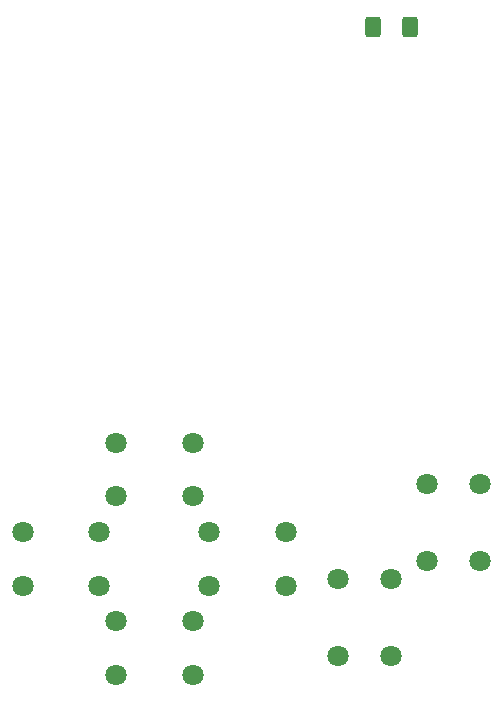
<source format=gbp>
G04 #@! TF.GenerationSoftware,KiCad,Pcbnew,9.0.6*
G04 #@! TF.CreationDate,2025-11-17T18:11:24+05:30*
G04 #@! TF.ProjectId,BloodHound_VENOM,426c6f6f-6448-46f7-956e-645f56454e4f,1*
G04 #@! TF.SameCoordinates,Original*
G04 #@! TF.FileFunction,Paste,Bot*
G04 #@! TF.FilePolarity,Positive*
%FSLAX46Y46*%
G04 Gerber Fmt 4.6, Leading zero omitted, Abs format (unit mm)*
G04 Created by KiCad (PCBNEW 9.0.6) date 2025-11-17 18:11:24*
%MOMM*%
%LPD*%
G01*
G04 APERTURE LIST*
G04 Aperture macros list*
%AMRoundRect*
0 Rectangle with rounded corners*
0 $1 Rounding radius*
0 $2 $3 $4 $5 $6 $7 $8 $9 X,Y pos of 4 corners*
0 Add a 4 corners polygon primitive as box body*
4,1,4,$2,$3,$4,$5,$6,$7,$8,$9,$2,$3,0*
0 Add four circle primitives for the rounded corners*
1,1,$1+$1,$2,$3*
1,1,$1+$1,$4,$5*
1,1,$1+$1,$6,$7*
1,1,$1+$1,$8,$9*
0 Add four rect primitives between the rounded corners*
20,1,$1+$1,$2,$3,$4,$5,0*
20,1,$1+$1,$4,$5,$6,$7,0*
20,1,$1+$1,$6,$7,$8,$9,0*
20,1,$1+$1,$8,$9,$2,$3,0*%
G04 Aperture macros list end*
%ADD10C,1.800000*%
%ADD11RoundRect,0.250000X0.400000X0.625000X-0.400000X0.625000X-0.400000X-0.625000X0.400000X-0.625000X0*%
G04 APERTURE END LIST*
D10*
X139240000Y-112010000D03*
X132740000Y-112010000D03*
X139240000Y-116510000D03*
X132740000Y-116510000D03*
X159450000Y-115950000D03*
X159450000Y-122450000D03*
X163950000Y-115950000D03*
X163950000Y-122450000D03*
X166950000Y-107950000D03*
X166950000Y-114450000D03*
X171450000Y-107950000D03*
X171450000Y-114450000D03*
X147150000Y-119550000D03*
X140650000Y-119550000D03*
X147150000Y-124050000D03*
X140650000Y-124050000D03*
X147150000Y-104450000D03*
X140650000Y-104450000D03*
X147150000Y-108950000D03*
X140650000Y-108950000D03*
X155040000Y-112010000D03*
X148540000Y-112010000D03*
X155040000Y-116510000D03*
X148540000Y-116510000D03*
D11*
X165500000Y-69200000D03*
X162400000Y-69200000D03*
M02*

</source>
